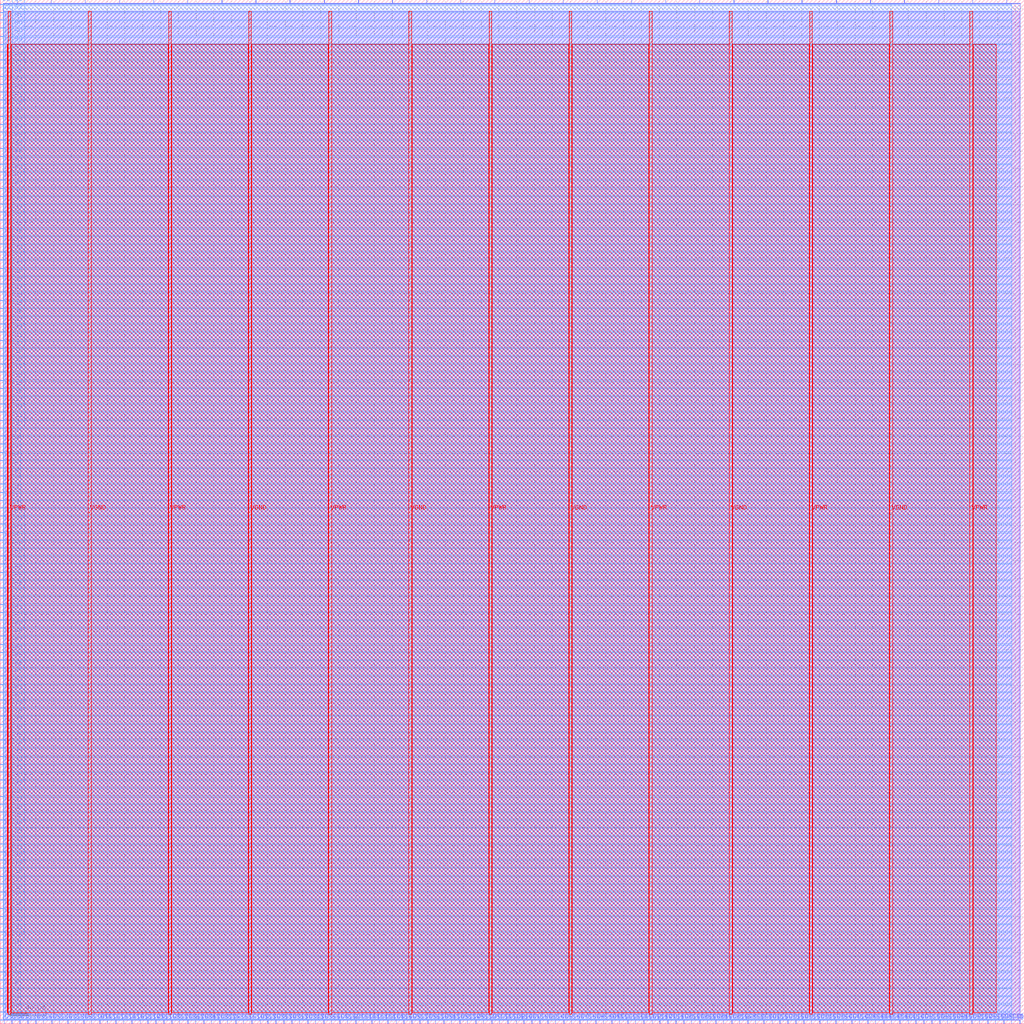
<source format=lef>
VERSION 5.7 ;
  NOWIREEXTENSIONATPIN ON ;
  DIVIDERCHAR "/" ;
  BUSBITCHARS "[]" ;
MACRO Microwatt_FP_DFFRFile
  CLASS BLOCK ;
  FOREIGN Microwatt_FP_DFFRFile ;
  ORIGIN 0.000 0.000 ;
  SIZE 1150.000 BY 1150.000 ;
  PIN CLK
    DIRECTION INPUT ;
    USE SIGNAL ;
    PORT
      LAYER met2 ;
        RECT 18.950 1146.000 19.230 1150.000 ;
    END
  END CLK
  PIN D1[0]
    DIRECTION OUTPUT TRISTATE ;
    USE SIGNAL ;
    PORT
      LAYER met3 ;
        RECT 0.000 4.120 4.000 4.720 ;
    END
  END D1[0]
  PIN D1[10]
    DIRECTION OUTPUT TRISTATE ;
    USE SIGNAL ;
    PORT
      LAYER met3 ;
        RECT 0.000 93.880 4.000 94.480 ;
    END
  END D1[10]
  PIN D1[11]
    DIRECTION OUTPUT TRISTATE ;
    USE SIGNAL ;
    PORT
      LAYER met3 ;
        RECT 0.000 102.720 4.000 103.320 ;
    END
  END D1[11]
  PIN D1[12]
    DIRECTION OUTPUT TRISTATE ;
    USE SIGNAL ;
    PORT
      LAYER met3 ;
        RECT 0.000 111.560 4.000 112.160 ;
    END
  END D1[12]
  PIN D1[13]
    DIRECTION OUTPUT TRISTATE ;
    USE SIGNAL ;
    PORT
      LAYER met3 ;
        RECT 0.000 120.400 4.000 121.000 ;
    END
  END D1[13]
  PIN D1[14]
    DIRECTION OUTPUT TRISTATE ;
    USE SIGNAL ;
    PORT
      LAYER met3 ;
        RECT 0.000 129.240 4.000 129.840 ;
    END
  END D1[14]
  PIN D1[15]
    DIRECTION OUTPUT TRISTATE ;
    USE SIGNAL ;
    PORT
      LAYER met3 ;
        RECT 0.000 138.760 4.000 139.360 ;
    END
  END D1[15]
  PIN D1[16]
    DIRECTION OUTPUT TRISTATE ;
    USE SIGNAL ;
    PORT
      LAYER met3 ;
        RECT 0.000 147.600 4.000 148.200 ;
    END
  END D1[16]
  PIN D1[17]
    DIRECTION OUTPUT TRISTATE ;
    USE SIGNAL ;
    PORT
      LAYER met3 ;
        RECT 0.000 156.440 4.000 157.040 ;
    END
  END D1[17]
  PIN D1[18]
    DIRECTION OUTPUT TRISTATE ;
    USE SIGNAL ;
    PORT
      LAYER met3 ;
        RECT 0.000 165.280 4.000 165.880 ;
    END
  END D1[18]
  PIN D1[19]
    DIRECTION OUTPUT TRISTATE ;
    USE SIGNAL ;
    PORT
      LAYER met3 ;
        RECT 0.000 174.800 4.000 175.400 ;
    END
  END D1[19]
  PIN D1[1]
    DIRECTION OUTPUT TRISTATE ;
    USE SIGNAL ;
    PORT
      LAYER met3 ;
        RECT 0.000 12.960 4.000 13.560 ;
    END
  END D1[1]
  PIN D1[20]
    DIRECTION OUTPUT TRISTATE ;
    USE SIGNAL ;
    PORT
      LAYER met3 ;
        RECT 0.000 183.640 4.000 184.240 ;
    END
  END D1[20]
  PIN D1[21]
    DIRECTION OUTPUT TRISTATE ;
    USE SIGNAL ;
    PORT
      LAYER met3 ;
        RECT 0.000 192.480 4.000 193.080 ;
    END
  END D1[21]
  PIN D1[22]
    DIRECTION OUTPUT TRISTATE ;
    USE SIGNAL ;
    PORT
      LAYER met3 ;
        RECT 0.000 201.320 4.000 201.920 ;
    END
  END D1[22]
  PIN D1[23]
    DIRECTION OUTPUT TRISTATE ;
    USE SIGNAL ;
    PORT
      LAYER met3 ;
        RECT 0.000 210.160 4.000 210.760 ;
    END
  END D1[23]
  PIN D1[24]
    DIRECTION OUTPUT TRISTATE ;
    USE SIGNAL ;
    PORT
      LAYER met3 ;
        RECT 0.000 219.680 4.000 220.280 ;
    END
  END D1[24]
  PIN D1[25]
    DIRECTION OUTPUT TRISTATE ;
    USE SIGNAL ;
    PORT
      LAYER met3 ;
        RECT 0.000 228.520 4.000 229.120 ;
    END
  END D1[25]
  PIN D1[26]
    DIRECTION OUTPUT TRISTATE ;
    USE SIGNAL ;
    PORT
      LAYER met3 ;
        RECT 0.000 237.360 4.000 237.960 ;
    END
  END D1[26]
  PIN D1[27]
    DIRECTION OUTPUT TRISTATE ;
    USE SIGNAL ;
    PORT
      LAYER met3 ;
        RECT 0.000 246.200 4.000 246.800 ;
    END
  END D1[27]
  PIN D1[28]
    DIRECTION OUTPUT TRISTATE ;
    USE SIGNAL ;
    PORT
      LAYER met3 ;
        RECT 0.000 255.040 4.000 255.640 ;
    END
  END D1[28]
  PIN D1[29]
    DIRECTION OUTPUT TRISTATE ;
    USE SIGNAL ;
    PORT
      LAYER met3 ;
        RECT 0.000 264.560 4.000 265.160 ;
    END
  END D1[29]
  PIN D1[2]
    DIRECTION OUTPUT TRISTATE ;
    USE SIGNAL ;
    PORT
      LAYER met3 ;
        RECT 0.000 21.800 4.000 22.400 ;
    END
  END D1[2]
  PIN D1[30]
    DIRECTION OUTPUT TRISTATE ;
    USE SIGNAL ;
    PORT
      LAYER met3 ;
        RECT 0.000 273.400 4.000 274.000 ;
    END
  END D1[30]
  PIN D1[31]
    DIRECTION OUTPUT TRISTATE ;
    USE SIGNAL ;
    PORT
      LAYER met3 ;
        RECT 0.000 282.240 4.000 282.840 ;
    END
  END D1[31]
  PIN D1[32]
    DIRECTION OUTPUT TRISTATE ;
    USE SIGNAL ;
    PORT
      LAYER met3 ;
        RECT 0.000 291.080 4.000 291.680 ;
    END
  END D1[32]
  PIN D1[33]
    DIRECTION OUTPUT TRISTATE ;
    USE SIGNAL ;
    PORT
      LAYER met3 ;
        RECT 0.000 299.920 4.000 300.520 ;
    END
  END D1[33]
  PIN D1[34]
    DIRECTION OUTPUT TRISTATE ;
    USE SIGNAL ;
    PORT
      LAYER met3 ;
        RECT 0.000 309.440 4.000 310.040 ;
    END
  END D1[34]
  PIN D1[35]
    DIRECTION OUTPUT TRISTATE ;
    USE SIGNAL ;
    PORT
      LAYER met3 ;
        RECT 0.000 318.280 4.000 318.880 ;
    END
  END D1[35]
  PIN D1[36]
    DIRECTION OUTPUT TRISTATE ;
    USE SIGNAL ;
    PORT
      LAYER met3 ;
        RECT 0.000 327.120 4.000 327.720 ;
    END
  END D1[36]
  PIN D1[37]
    DIRECTION OUTPUT TRISTATE ;
    USE SIGNAL ;
    PORT
      LAYER met3 ;
        RECT 0.000 335.960 4.000 336.560 ;
    END
  END D1[37]
  PIN D1[38]
    DIRECTION OUTPUT TRISTATE ;
    USE SIGNAL ;
    PORT
      LAYER met3 ;
        RECT 0.000 345.480 4.000 346.080 ;
    END
  END D1[38]
  PIN D1[39]
    DIRECTION OUTPUT TRISTATE ;
    USE SIGNAL ;
    PORT
      LAYER met3 ;
        RECT 0.000 354.320 4.000 354.920 ;
    END
  END D1[39]
  PIN D1[3]
    DIRECTION OUTPUT TRISTATE ;
    USE SIGNAL ;
    PORT
      LAYER met3 ;
        RECT 0.000 30.640 4.000 31.240 ;
    END
  END D1[3]
  PIN D1[40]
    DIRECTION OUTPUT TRISTATE ;
    USE SIGNAL ;
    PORT
      LAYER met3 ;
        RECT 0.000 363.160 4.000 363.760 ;
    END
  END D1[40]
  PIN D1[41]
    DIRECTION OUTPUT TRISTATE ;
    USE SIGNAL ;
    PORT
      LAYER met3 ;
        RECT 0.000 372.000 4.000 372.600 ;
    END
  END D1[41]
  PIN D1[42]
    DIRECTION OUTPUT TRISTATE ;
    USE SIGNAL ;
    PORT
      LAYER met3 ;
        RECT 0.000 380.840 4.000 381.440 ;
    END
  END D1[42]
  PIN D1[43]
    DIRECTION OUTPUT TRISTATE ;
    USE SIGNAL ;
    PORT
      LAYER met3 ;
        RECT 0.000 390.360 4.000 390.960 ;
    END
  END D1[43]
  PIN D1[44]
    DIRECTION OUTPUT TRISTATE ;
    USE SIGNAL ;
    PORT
      LAYER met3 ;
        RECT 0.000 399.200 4.000 399.800 ;
    END
  END D1[44]
  PIN D1[45]
    DIRECTION OUTPUT TRISTATE ;
    USE SIGNAL ;
    PORT
      LAYER met3 ;
        RECT 0.000 408.040 4.000 408.640 ;
    END
  END D1[45]
  PIN D1[46]
    DIRECTION OUTPUT TRISTATE ;
    USE SIGNAL ;
    PORT
      LAYER met3 ;
        RECT 0.000 416.880 4.000 417.480 ;
    END
  END D1[46]
  PIN D1[47]
    DIRECTION OUTPUT TRISTATE ;
    USE SIGNAL ;
    PORT
      LAYER met3 ;
        RECT 0.000 425.720 4.000 426.320 ;
    END
  END D1[47]
  PIN D1[48]
    DIRECTION OUTPUT TRISTATE ;
    USE SIGNAL ;
    PORT
      LAYER met3 ;
        RECT 0.000 435.240 4.000 435.840 ;
    END
  END D1[48]
  PIN D1[49]
    DIRECTION OUTPUT TRISTATE ;
    USE SIGNAL ;
    PORT
      LAYER met3 ;
        RECT 0.000 444.080 4.000 444.680 ;
    END
  END D1[49]
  PIN D1[4]
    DIRECTION OUTPUT TRISTATE ;
    USE SIGNAL ;
    PORT
      LAYER met3 ;
        RECT 0.000 39.480 4.000 40.080 ;
    END
  END D1[4]
  PIN D1[50]
    DIRECTION OUTPUT TRISTATE ;
    USE SIGNAL ;
    PORT
      LAYER met3 ;
        RECT 0.000 452.920 4.000 453.520 ;
    END
  END D1[50]
  PIN D1[51]
    DIRECTION OUTPUT TRISTATE ;
    USE SIGNAL ;
    PORT
      LAYER met3 ;
        RECT 0.000 461.760 4.000 462.360 ;
    END
  END D1[51]
  PIN D1[52]
    DIRECTION OUTPUT TRISTATE ;
    USE SIGNAL ;
    PORT
      LAYER met3 ;
        RECT 0.000 470.600 4.000 471.200 ;
    END
  END D1[52]
  PIN D1[53]
    DIRECTION OUTPUT TRISTATE ;
    USE SIGNAL ;
    PORT
      LAYER met3 ;
        RECT 0.000 480.120 4.000 480.720 ;
    END
  END D1[53]
  PIN D1[54]
    DIRECTION OUTPUT TRISTATE ;
    USE SIGNAL ;
    PORT
      LAYER met3 ;
        RECT 0.000 488.960 4.000 489.560 ;
    END
  END D1[54]
  PIN D1[55]
    DIRECTION OUTPUT TRISTATE ;
    USE SIGNAL ;
    PORT
      LAYER met3 ;
        RECT 0.000 497.800 4.000 498.400 ;
    END
  END D1[55]
  PIN D1[56]
    DIRECTION OUTPUT TRISTATE ;
    USE SIGNAL ;
    PORT
      LAYER met3 ;
        RECT 0.000 506.640 4.000 507.240 ;
    END
  END D1[56]
  PIN D1[57]
    DIRECTION OUTPUT TRISTATE ;
    USE SIGNAL ;
    PORT
      LAYER met3 ;
        RECT 0.000 516.160 4.000 516.760 ;
    END
  END D1[57]
  PIN D1[58]
    DIRECTION OUTPUT TRISTATE ;
    USE SIGNAL ;
    PORT
      LAYER met3 ;
        RECT 0.000 525.000 4.000 525.600 ;
    END
  END D1[58]
  PIN D1[59]
    DIRECTION OUTPUT TRISTATE ;
    USE SIGNAL ;
    PORT
      LAYER met3 ;
        RECT 0.000 533.840 4.000 534.440 ;
    END
  END D1[59]
  PIN D1[5]
    DIRECTION OUTPUT TRISTATE ;
    USE SIGNAL ;
    PORT
      LAYER met3 ;
        RECT 0.000 49.000 4.000 49.600 ;
    END
  END D1[5]
  PIN D1[60]
    DIRECTION OUTPUT TRISTATE ;
    USE SIGNAL ;
    PORT
      LAYER met3 ;
        RECT 0.000 542.680 4.000 543.280 ;
    END
  END D1[60]
  PIN D1[61]
    DIRECTION OUTPUT TRISTATE ;
    USE SIGNAL ;
    PORT
      LAYER met3 ;
        RECT 0.000 551.520 4.000 552.120 ;
    END
  END D1[61]
  PIN D1[62]
    DIRECTION OUTPUT TRISTATE ;
    USE SIGNAL ;
    PORT
      LAYER met3 ;
        RECT 0.000 561.040 4.000 561.640 ;
    END
  END D1[62]
  PIN D1[63]
    DIRECTION OUTPUT TRISTATE ;
    USE SIGNAL ;
    PORT
      LAYER met3 ;
        RECT 0.000 569.880 4.000 570.480 ;
    END
  END D1[63]
  PIN D1[6]
    DIRECTION OUTPUT TRISTATE ;
    USE SIGNAL ;
    PORT
      LAYER met3 ;
        RECT 0.000 57.840 4.000 58.440 ;
    END
  END D1[6]
  PIN D1[7]
    DIRECTION OUTPUT TRISTATE ;
    USE SIGNAL ;
    PORT
      LAYER met3 ;
        RECT 0.000 66.680 4.000 67.280 ;
    END
  END D1[7]
  PIN D1[8]
    DIRECTION OUTPUT TRISTATE ;
    USE SIGNAL ;
    PORT
      LAYER met3 ;
        RECT 0.000 75.520 4.000 76.120 ;
    END
  END D1[8]
  PIN D1[9]
    DIRECTION OUTPUT TRISTATE ;
    USE SIGNAL ;
    PORT
      LAYER met3 ;
        RECT 0.000 84.360 4.000 84.960 ;
    END
  END D1[9]
  PIN D2[0]
    DIRECTION OUTPUT TRISTATE ;
    USE SIGNAL ;
    PORT
      LAYER met3 ;
        RECT 0.000 578.720 4.000 579.320 ;
    END
  END D2[0]
  PIN D2[10]
    DIRECTION OUTPUT TRISTATE ;
    USE SIGNAL ;
    PORT
      LAYER met3 ;
        RECT 0.000 668.480 4.000 669.080 ;
    END
  END D2[10]
  PIN D2[11]
    DIRECTION OUTPUT TRISTATE ;
    USE SIGNAL ;
    PORT
      LAYER met3 ;
        RECT 0.000 677.320 4.000 677.920 ;
    END
  END D2[11]
  PIN D2[12]
    DIRECTION OUTPUT TRISTATE ;
    USE SIGNAL ;
    PORT
      LAYER met3 ;
        RECT 0.000 686.840 4.000 687.440 ;
    END
  END D2[12]
  PIN D2[13]
    DIRECTION OUTPUT TRISTATE ;
    USE SIGNAL ;
    PORT
      LAYER met3 ;
        RECT 0.000 695.680 4.000 696.280 ;
    END
  END D2[13]
  PIN D2[14]
    DIRECTION OUTPUT TRISTATE ;
    USE SIGNAL ;
    PORT
      LAYER met3 ;
        RECT 0.000 704.520 4.000 705.120 ;
    END
  END D2[14]
  PIN D2[15]
    DIRECTION OUTPUT TRISTATE ;
    USE SIGNAL ;
    PORT
      LAYER met3 ;
        RECT 0.000 713.360 4.000 713.960 ;
    END
  END D2[15]
  PIN D2[16]
    DIRECTION OUTPUT TRISTATE ;
    USE SIGNAL ;
    PORT
      LAYER met3 ;
        RECT 0.000 722.200 4.000 722.800 ;
    END
  END D2[16]
  PIN D2[17]
    DIRECTION OUTPUT TRISTATE ;
    USE SIGNAL ;
    PORT
      LAYER met3 ;
        RECT 0.000 731.720 4.000 732.320 ;
    END
  END D2[17]
  PIN D2[18]
    DIRECTION OUTPUT TRISTATE ;
    USE SIGNAL ;
    PORT
      LAYER met3 ;
        RECT 0.000 740.560 4.000 741.160 ;
    END
  END D2[18]
  PIN D2[19]
    DIRECTION OUTPUT TRISTATE ;
    USE SIGNAL ;
    PORT
      LAYER met3 ;
        RECT 0.000 749.400 4.000 750.000 ;
    END
  END D2[19]
  PIN D2[1]
    DIRECTION OUTPUT TRISTATE ;
    USE SIGNAL ;
    PORT
      LAYER met3 ;
        RECT 0.000 587.560 4.000 588.160 ;
    END
  END D2[1]
  PIN D2[20]
    DIRECTION OUTPUT TRISTATE ;
    USE SIGNAL ;
    PORT
      LAYER met3 ;
        RECT 0.000 758.240 4.000 758.840 ;
    END
  END D2[20]
  PIN D2[21]
    DIRECTION OUTPUT TRISTATE ;
    USE SIGNAL ;
    PORT
      LAYER met3 ;
        RECT 0.000 767.080 4.000 767.680 ;
    END
  END D2[21]
  PIN D2[22]
    DIRECTION OUTPUT TRISTATE ;
    USE SIGNAL ;
    PORT
      LAYER met3 ;
        RECT 0.000 776.600 4.000 777.200 ;
    END
  END D2[22]
  PIN D2[23]
    DIRECTION OUTPUT TRISTATE ;
    USE SIGNAL ;
    PORT
      LAYER met3 ;
        RECT 0.000 785.440 4.000 786.040 ;
    END
  END D2[23]
  PIN D2[24]
    DIRECTION OUTPUT TRISTATE ;
    USE SIGNAL ;
    PORT
      LAYER met3 ;
        RECT 0.000 794.280 4.000 794.880 ;
    END
  END D2[24]
  PIN D2[25]
    DIRECTION OUTPUT TRISTATE ;
    USE SIGNAL ;
    PORT
      LAYER met3 ;
        RECT 0.000 803.120 4.000 803.720 ;
    END
  END D2[25]
  PIN D2[26]
    DIRECTION OUTPUT TRISTATE ;
    USE SIGNAL ;
    PORT
      LAYER met3 ;
        RECT 0.000 811.960 4.000 812.560 ;
    END
  END D2[26]
  PIN D2[27]
    DIRECTION OUTPUT TRISTATE ;
    USE SIGNAL ;
    PORT
      LAYER met3 ;
        RECT 0.000 821.480 4.000 822.080 ;
    END
  END D2[27]
  PIN D2[28]
    DIRECTION OUTPUT TRISTATE ;
    USE SIGNAL ;
    PORT
      LAYER met3 ;
        RECT 0.000 830.320 4.000 830.920 ;
    END
  END D2[28]
  PIN D2[29]
    DIRECTION OUTPUT TRISTATE ;
    USE SIGNAL ;
    PORT
      LAYER met3 ;
        RECT 0.000 839.160 4.000 839.760 ;
    END
  END D2[29]
  PIN D2[2]
    DIRECTION OUTPUT TRISTATE ;
    USE SIGNAL ;
    PORT
      LAYER met3 ;
        RECT 0.000 596.400 4.000 597.000 ;
    END
  END D2[2]
  PIN D2[30]
    DIRECTION OUTPUT TRISTATE ;
    USE SIGNAL ;
    PORT
      LAYER met3 ;
        RECT 0.000 848.000 4.000 848.600 ;
    END
  END D2[30]
  PIN D2[31]
    DIRECTION OUTPUT TRISTATE ;
    USE SIGNAL ;
    PORT
      LAYER met3 ;
        RECT 0.000 857.520 4.000 858.120 ;
    END
  END D2[31]
  PIN D2[32]
    DIRECTION OUTPUT TRISTATE ;
    USE SIGNAL ;
    PORT
      LAYER met3 ;
        RECT 0.000 866.360 4.000 866.960 ;
    END
  END D2[32]
  PIN D2[33]
    DIRECTION OUTPUT TRISTATE ;
    USE SIGNAL ;
    PORT
      LAYER met3 ;
        RECT 0.000 875.200 4.000 875.800 ;
    END
  END D2[33]
  PIN D2[34]
    DIRECTION OUTPUT TRISTATE ;
    USE SIGNAL ;
    PORT
      LAYER met3 ;
        RECT 0.000 884.040 4.000 884.640 ;
    END
  END D2[34]
  PIN D2[35]
    DIRECTION OUTPUT TRISTATE ;
    USE SIGNAL ;
    PORT
      LAYER met3 ;
        RECT 0.000 892.880 4.000 893.480 ;
    END
  END D2[35]
  PIN D2[36]
    DIRECTION OUTPUT TRISTATE ;
    USE SIGNAL ;
    PORT
      LAYER met3 ;
        RECT 0.000 902.400 4.000 903.000 ;
    END
  END D2[36]
  PIN D2[37]
    DIRECTION OUTPUT TRISTATE ;
    USE SIGNAL ;
    PORT
      LAYER met3 ;
        RECT 0.000 911.240 4.000 911.840 ;
    END
  END D2[37]
  PIN D2[38]
    DIRECTION OUTPUT TRISTATE ;
    USE SIGNAL ;
    PORT
      LAYER met3 ;
        RECT 0.000 920.080 4.000 920.680 ;
    END
  END D2[38]
  PIN D2[39]
    DIRECTION OUTPUT TRISTATE ;
    USE SIGNAL ;
    PORT
      LAYER met3 ;
        RECT 0.000 928.920 4.000 929.520 ;
    END
  END D2[39]
  PIN D2[3]
    DIRECTION OUTPUT TRISTATE ;
    USE SIGNAL ;
    PORT
      LAYER met3 ;
        RECT 0.000 605.920 4.000 606.520 ;
    END
  END D2[3]
  PIN D2[40]
    DIRECTION OUTPUT TRISTATE ;
    USE SIGNAL ;
    PORT
      LAYER met3 ;
        RECT 0.000 937.760 4.000 938.360 ;
    END
  END D2[40]
  PIN D2[41]
    DIRECTION OUTPUT TRISTATE ;
    USE SIGNAL ;
    PORT
      LAYER met3 ;
        RECT 0.000 947.280 4.000 947.880 ;
    END
  END D2[41]
  PIN D2[42]
    DIRECTION OUTPUT TRISTATE ;
    USE SIGNAL ;
    PORT
      LAYER met3 ;
        RECT 0.000 956.120 4.000 956.720 ;
    END
  END D2[42]
  PIN D2[43]
    DIRECTION OUTPUT TRISTATE ;
    USE SIGNAL ;
    PORT
      LAYER met3 ;
        RECT 0.000 964.960 4.000 965.560 ;
    END
  END D2[43]
  PIN D2[44]
    DIRECTION OUTPUT TRISTATE ;
    USE SIGNAL ;
    PORT
      LAYER met3 ;
        RECT 0.000 973.800 4.000 974.400 ;
    END
  END D2[44]
  PIN D2[45]
    DIRECTION OUTPUT TRISTATE ;
    USE SIGNAL ;
    PORT
      LAYER met3 ;
        RECT 0.000 982.640 4.000 983.240 ;
    END
  END D2[45]
  PIN D2[46]
    DIRECTION OUTPUT TRISTATE ;
    USE SIGNAL ;
    PORT
      LAYER met3 ;
        RECT 0.000 992.160 4.000 992.760 ;
    END
  END D2[46]
  PIN D2[47]
    DIRECTION OUTPUT TRISTATE ;
    USE SIGNAL ;
    PORT
      LAYER met3 ;
        RECT 0.000 1001.000 4.000 1001.600 ;
    END
  END D2[47]
  PIN D2[48]
    DIRECTION OUTPUT TRISTATE ;
    USE SIGNAL ;
    PORT
      LAYER met3 ;
        RECT 0.000 1009.840 4.000 1010.440 ;
    END
  END D2[48]
  PIN D2[49]
    DIRECTION OUTPUT TRISTATE ;
    USE SIGNAL ;
    PORT
      LAYER met3 ;
        RECT 0.000 1018.680 4.000 1019.280 ;
    END
  END D2[49]
  PIN D2[4]
    DIRECTION OUTPUT TRISTATE ;
    USE SIGNAL ;
    PORT
      LAYER met3 ;
        RECT 0.000 614.760 4.000 615.360 ;
    END
  END D2[4]
  PIN D2[50]
    DIRECTION OUTPUT TRISTATE ;
    USE SIGNAL ;
    PORT
      LAYER met3 ;
        RECT 0.000 1028.200 4.000 1028.800 ;
    END
  END D2[50]
  PIN D2[51]
    DIRECTION OUTPUT TRISTATE ;
    USE SIGNAL ;
    PORT
      LAYER met3 ;
        RECT 0.000 1037.040 4.000 1037.640 ;
    END
  END D2[51]
  PIN D2[52]
    DIRECTION OUTPUT TRISTATE ;
    USE SIGNAL ;
    PORT
      LAYER met3 ;
        RECT 0.000 1045.880 4.000 1046.480 ;
    END
  END D2[52]
  PIN D2[53]
    DIRECTION OUTPUT TRISTATE ;
    USE SIGNAL ;
    PORT
      LAYER met3 ;
        RECT 0.000 1054.720 4.000 1055.320 ;
    END
  END D2[53]
  PIN D2[54]
    DIRECTION OUTPUT TRISTATE ;
    USE SIGNAL ;
    PORT
      LAYER met3 ;
        RECT 0.000 1063.560 4.000 1064.160 ;
    END
  END D2[54]
  PIN D2[55]
    DIRECTION OUTPUT TRISTATE ;
    USE SIGNAL ;
    PORT
      LAYER met3 ;
        RECT 0.000 1073.080 4.000 1073.680 ;
    END
  END D2[55]
  PIN D2[56]
    DIRECTION OUTPUT TRISTATE ;
    USE SIGNAL ;
    PORT
      LAYER met3 ;
        RECT 0.000 1081.920 4.000 1082.520 ;
    END
  END D2[56]
  PIN D2[57]
    DIRECTION OUTPUT TRISTATE ;
    USE SIGNAL ;
    PORT
      LAYER met3 ;
        RECT 0.000 1090.760 4.000 1091.360 ;
    END
  END D2[57]
  PIN D2[58]
    DIRECTION OUTPUT TRISTATE ;
    USE SIGNAL ;
    PORT
      LAYER met3 ;
        RECT 0.000 1099.600 4.000 1100.200 ;
    END
  END D2[58]
  PIN D2[59]
    DIRECTION OUTPUT TRISTATE ;
    USE SIGNAL ;
    PORT
      LAYER met3 ;
        RECT 0.000 1108.440 4.000 1109.040 ;
    END
  END D2[59]
  PIN D2[5]
    DIRECTION OUTPUT TRISTATE ;
    USE SIGNAL ;
    PORT
      LAYER met3 ;
        RECT 0.000 623.600 4.000 624.200 ;
    END
  END D2[5]
  PIN D2[60]
    DIRECTION OUTPUT TRISTATE ;
    USE SIGNAL ;
    PORT
      LAYER met3 ;
        RECT 0.000 1117.960 4.000 1118.560 ;
    END
  END D2[60]
  PIN D2[61]
    DIRECTION OUTPUT TRISTATE ;
    USE SIGNAL ;
    PORT
      LAYER met3 ;
        RECT 0.000 1126.800 4.000 1127.400 ;
    END
  END D2[61]
  PIN D2[62]
    DIRECTION OUTPUT TRISTATE ;
    USE SIGNAL ;
    PORT
      LAYER met3 ;
        RECT 0.000 1135.640 4.000 1136.240 ;
    END
  END D2[62]
  PIN D2[63]
    DIRECTION OUTPUT TRISTATE ;
    USE SIGNAL ;
    PORT
      LAYER met3 ;
        RECT 0.000 1144.480 4.000 1145.080 ;
    END
  END D2[63]
  PIN D2[6]
    DIRECTION OUTPUT TRISTATE ;
    USE SIGNAL ;
    PORT
      LAYER met3 ;
        RECT 0.000 632.440 4.000 633.040 ;
    END
  END D2[6]
  PIN D2[7]
    DIRECTION OUTPUT TRISTATE ;
    USE SIGNAL ;
    PORT
      LAYER met3 ;
        RECT 0.000 641.280 4.000 641.880 ;
    END
  END D2[7]
  PIN D2[8]
    DIRECTION OUTPUT TRISTATE ;
    USE SIGNAL ;
    PORT
      LAYER met3 ;
        RECT 0.000 650.800 4.000 651.400 ;
    END
  END D2[8]
  PIN D2[9]
    DIRECTION OUTPUT TRISTATE ;
    USE SIGNAL ;
    PORT
      LAYER met3 ;
        RECT 0.000 659.640 4.000 660.240 ;
    END
  END D2[9]
  PIN D3[0]
    DIRECTION OUTPUT TRISTATE ;
    USE SIGNAL ;
    PORT
      LAYER met2 ;
        RECT 4.230 0.000 4.510 4.000 ;
    END
  END D3[0]
  PIN D3[10]
    DIRECTION OUTPUT TRISTATE ;
    USE SIGNAL ;
    PORT
      LAYER met2 ;
        RECT 93.930 0.000 94.210 4.000 ;
    END
  END D3[10]
  PIN D3[11]
    DIRECTION OUTPUT TRISTATE ;
    USE SIGNAL ;
    PORT
      LAYER met2 ;
        RECT 102.670 0.000 102.950 4.000 ;
    END
  END D3[11]
  PIN D3[12]
    DIRECTION OUTPUT TRISTATE ;
    USE SIGNAL ;
    PORT
      LAYER met2 ;
        RECT 111.870 0.000 112.150 4.000 ;
    END
  END D3[12]
  PIN D3[13]
    DIRECTION OUTPUT TRISTATE ;
    USE SIGNAL ;
    PORT
      LAYER met2 ;
        RECT 120.610 0.000 120.890 4.000 ;
    END
  END D3[13]
  PIN D3[14]
    DIRECTION OUTPUT TRISTATE ;
    USE SIGNAL ;
    PORT
      LAYER met2 ;
        RECT 129.810 0.000 130.090 4.000 ;
    END
  END D3[14]
  PIN D3[15]
    DIRECTION OUTPUT TRISTATE ;
    USE SIGNAL ;
    PORT
      LAYER met2 ;
        RECT 138.550 0.000 138.830 4.000 ;
    END
  END D3[15]
  PIN D3[16]
    DIRECTION OUTPUT TRISTATE ;
    USE SIGNAL ;
    PORT
      LAYER met2 ;
        RECT 147.750 0.000 148.030 4.000 ;
    END
  END D3[16]
  PIN D3[17]
    DIRECTION OUTPUT TRISTATE ;
    USE SIGNAL ;
    PORT
      LAYER met2 ;
        RECT 156.950 0.000 157.230 4.000 ;
    END
  END D3[17]
  PIN D3[18]
    DIRECTION OUTPUT TRISTATE ;
    USE SIGNAL ;
    PORT
      LAYER met2 ;
        RECT 165.690 0.000 165.970 4.000 ;
    END
  END D3[18]
  PIN D3[19]
    DIRECTION OUTPUT TRISTATE ;
    USE SIGNAL ;
    PORT
      LAYER met2 ;
        RECT 174.890 0.000 175.170 4.000 ;
    END
  END D3[19]
  PIN D3[1]
    DIRECTION OUTPUT TRISTATE ;
    USE SIGNAL ;
    PORT
      LAYER met2 ;
        RECT 12.970 0.000 13.250 4.000 ;
    END
  END D3[1]
  PIN D3[20]
    DIRECTION OUTPUT TRISTATE ;
    USE SIGNAL ;
    PORT
      LAYER met2 ;
        RECT 183.630 0.000 183.910 4.000 ;
    END
  END D3[20]
  PIN D3[21]
    DIRECTION OUTPUT TRISTATE ;
    USE SIGNAL ;
    PORT
      LAYER met2 ;
        RECT 192.830 0.000 193.110 4.000 ;
    END
  END D3[21]
  PIN D3[22]
    DIRECTION OUTPUT TRISTATE ;
    USE SIGNAL ;
    PORT
      LAYER met2 ;
        RECT 201.570 0.000 201.850 4.000 ;
    END
  END D3[22]
  PIN D3[23]
    DIRECTION OUTPUT TRISTATE ;
    USE SIGNAL ;
    PORT
      LAYER met2 ;
        RECT 210.770 0.000 211.050 4.000 ;
    END
  END D3[23]
  PIN D3[24]
    DIRECTION OUTPUT TRISTATE ;
    USE SIGNAL ;
    PORT
      LAYER met2 ;
        RECT 219.510 0.000 219.790 4.000 ;
    END
  END D3[24]
  PIN D3[25]
    DIRECTION OUTPUT TRISTATE ;
    USE SIGNAL ;
    PORT
      LAYER met2 ;
        RECT 228.710 0.000 228.990 4.000 ;
    END
  END D3[25]
  PIN D3[26]
    DIRECTION OUTPUT TRISTATE ;
    USE SIGNAL ;
    PORT
      LAYER met2 ;
        RECT 237.450 0.000 237.730 4.000 ;
    END
  END D3[26]
  PIN D3[27]
    DIRECTION OUTPUT TRISTATE ;
    USE SIGNAL ;
    PORT
      LAYER met2 ;
        RECT 246.650 0.000 246.930 4.000 ;
    END
  END D3[27]
  PIN D3[28]
    DIRECTION OUTPUT TRISTATE ;
    USE SIGNAL ;
    PORT
      LAYER met2 ;
        RECT 255.390 0.000 255.670 4.000 ;
    END
  END D3[28]
  PIN D3[29]
    DIRECTION OUTPUT TRISTATE ;
    USE SIGNAL ;
    PORT
      LAYER met2 ;
        RECT 264.590 0.000 264.870 4.000 ;
    END
  END D3[29]
  PIN D3[2]
    DIRECTION OUTPUT TRISTATE ;
    USE SIGNAL ;
    PORT
      LAYER met2 ;
        RECT 22.170 0.000 22.450 4.000 ;
    END
  END D3[2]
  PIN D3[30]
    DIRECTION OUTPUT TRISTATE ;
    USE SIGNAL ;
    PORT
      LAYER met2 ;
        RECT 273.330 0.000 273.610 4.000 ;
    END
  END D3[30]
  PIN D3[31]
    DIRECTION OUTPUT TRISTATE ;
    USE SIGNAL ;
    PORT
      LAYER met2 ;
        RECT 282.530 0.000 282.810 4.000 ;
    END
  END D3[31]
  PIN D3[32]
    DIRECTION OUTPUT TRISTATE ;
    USE SIGNAL ;
    PORT
      LAYER met2 ;
        RECT 291.730 0.000 292.010 4.000 ;
    END
  END D3[32]
  PIN D3[33]
    DIRECTION OUTPUT TRISTATE ;
    USE SIGNAL ;
    PORT
      LAYER met2 ;
        RECT 300.470 0.000 300.750 4.000 ;
    END
  END D3[33]
  PIN D3[34]
    DIRECTION OUTPUT TRISTATE ;
    USE SIGNAL ;
    PORT
      LAYER met2 ;
        RECT 309.670 0.000 309.950 4.000 ;
    END
  END D3[34]
  PIN D3[35]
    DIRECTION OUTPUT TRISTATE ;
    USE SIGNAL ;
    PORT
      LAYER met2 ;
        RECT 318.410 0.000 318.690 4.000 ;
    END
  END D3[35]
  PIN D3[36]
    DIRECTION OUTPUT TRISTATE ;
    USE SIGNAL ;
    PORT
      LAYER met2 ;
        RECT 327.610 0.000 327.890 4.000 ;
    END
  END D3[36]
  PIN D3[37]
    DIRECTION OUTPUT TRISTATE ;
    USE SIGNAL ;
    PORT
      LAYER met2 ;
        RECT 336.350 0.000 336.630 4.000 ;
    END
  END D3[37]
  PIN D3[38]
    DIRECTION OUTPUT TRISTATE ;
    USE SIGNAL ;
    PORT
      LAYER met2 ;
        RECT 345.550 0.000 345.830 4.000 ;
    END
  END D3[38]
  PIN D3[39]
    DIRECTION OUTPUT TRISTATE ;
    USE SIGNAL ;
    PORT
      LAYER met2 ;
        RECT 354.290 0.000 354.570 4.000 ;
    END
  END D3[39]
  PIN D3[3]
    DIRECTION OUTPUT TRISTATE ;
    USE SIGNAL ;
    PORT
      LAYER met2 ;
        RECT 30.910 0.000 31.190 4.000 ;
    END
  END D3[3]
  PIN D3[40]
    DIRECTION OUTPUT TRISTATE ;
    USE SIGNAL ;
    PORT
      LAYER met2 ;
        RECT 363.490 0.000 363.770 4.000 ;
    END
  END D3[40]
  PIN D3[41]
    DIRECTION OUTPUT TRISTATE ;
    USE SIGNAL ;
    PORT
      LAYER met2 ;
        RECT 372.230 0.000 372.510 4.000 ;
    END
  END D3[41]
  PIN D3[42]
    DIRECTION OUTPUT TRISTATE ;
    USE SIGNAL ;
    PORT
      LAYER met2 ;
        RECT 381.430 0.000 381.710 4.000 ;
    END
  END D3[42]
  PIN D3[43]
    DIRECTION OUTPUT TRISTATE ;
    USE SIGNAL ;
    PORT
      LAYER met2 ;
        RECT 390.170 0.000 390.450 4.000 ;
    END
  END D3[43]
  PIN D3[44]
    DIRECTION OUTPUT TRISTATE ;
    USE SIGNAL ;
    PORT
      LAYER met2 ;
        RECT 399.370 0.000 399.650 4.000 ;
    END
  END D3[44]
  PIN D3[45]
    DIRECTION OUTPUT TRISTATE ;
    USE SIGNAL ;
    PORT
      LAYER met2 ;
        RECT 408.110 0.000 408.390 4.000 ;
    END
  END D3[45]
  PIN D3[46]
    DIRECTION OUTPUT TRISTATE ;
    USE SIGNAL ;
    PORT
      LAYER met2 ;
        RECT 417.310 0.000 417.590 4.000 ;
    END
  END D3[46]
  PIN D3[47]
    DIRECTION OUTPUT TRISTATE ;
    USE SIGNAL ;
    PORT
      LAYER met2 ;
        RECT 426.050 0.000 426.330 4.000 ;
    END
  END D3[47]
  PIN D3[48]
    DIRECTION OUTPUT TRISTATE ;
    USE SIGNAL ;
    PORT
      LAYER met2 ;
        RECT 435.250 0.000 435.530 4.000 ;
    END
  END D3[48]
  PIN D3[49]
    DIRECTION OUTPUT TRISTATE ;
    USE SIGNAL ;
    PORT
      LAYER met2 ;
        RECT 444.450 0.000 444.730 4.000 ;
    END
  END D3[49]
  PIN D3[4]
    DIRECTION OUTPUT TRISTATE ;
    USE SIGNAL ;
    PORT
      LAYER met2 ;
        RECT 40.110 0.000 40.390 4.000 ;
    END
  END D3[4]
  PIN D3[50]
    DIRECTION OUTPUT TRISTATE ;
    USE SIGNAL ;
    PORT
      LAYER met2 ;
        RECT 453.190 0.000 453.470 4.000 ;
    END
  END D3[50]
  PIN D3[51]
    DIRECTION OUTPUT TRISTATE ;
    USE SIGNAL ;
    PORT
      LAYER met2 ;
        RECT 462.390 0.000 462.670 4.000 ;
    END
  END D3[51]
  PIN D3[52]
    DIRECTION OUTPUT TRISTATE ;
    USE SIGNAL ;
    PORT
      LAYER met2 ;
        RECT 471.130 0.000 471.410 4.000 ;
    END
  END D3[52]
  PIN D3[53]
    DIRECTION OUTPUT TRISTATE ;
    USE SIGNAL ;
    PORT
      LAYER met2 ;
        RECT 480.330 0.000 480.610 4.000 ;
    END
  END D3[53]
  PIN D3[54]
    DIRECTION OUTPUT TRISTATE ;
    USE SIGNAL ;
    PORT
      LAYER met2 ;
        RECT 489.070 0.000 489.350 4.000 ;
    END
  END D3[54]
  PIN D3[55]
    DIRECTION OUTPUT TRISTATE ;
    USE SIGNAL ;
    PORT
      LAYER met2 ;
        RECT 498.270 0.000 498.550 4.000 ;
    END
  END D3[55]
  PIN D3[56]
    DIRECTION OUTPUT TRISTATE ;
    USE SIGNAL ;
    PORT
      LAYER met2 ;
        RECT 507.010 0.000 507.290 4.000 ;
    END
  END D3[56]
  PIN D3[57]
    DIRECTION OUTPUT TRISTATE ;
    USE SIGNAL ;
    PORT
      LAYER met2 ;
        RECT 516.210 0.000 516.490 4.000 ;
    END
  END D3[57]
  PIN D3[58]
    DIRECTION OUTPUT TRISTATE ;
    USE SIGNAL ;
    PORT
      LAYER met2 ;
        RECT 524.950 0.000 525.230 4.000 ;
    END
  END D3[58]
  PIN D3[59]
    DIRECTION OUTPUT TRISTATE ;
    USE SIGNAL ;
    PORT
      LAYER met2 ;
        RECT 534.150 0.000 534.430 4.000 ;
    END
  END D3[59]
  PIN D3[5]
    DIRECTION OUTPUT TRISTATE ;
    USE SIGNAL ;
    PORT
      LAYER met2 ;
        RECT 48.850 0.000 49.130 4.000 ;
    END
  END D3[5]
  PIN D3[60]
    DIRECTION OUTPUT TRISTATE ;
    USE SIGNAL ;
    PORT
      LAYER met2 ;
        RECT 542.890 0.000 543.170 4.000 ;
    END
  END D3[60]
  PIN D3[61]
    DIRECTION OUTPUT TRISTATE ;
    USE SIGNAL ;
    PORT
      LAYER met2 ;
        RECT 552.090 0.000 552.370 4.000 ;
    END
  END D3[61]
  PIN D3[62]
    DIRECTION OUTPUT TRISTATE ;
    USE SIGNAL ;
    PORT
      LAYER met2 ;
        RECT 560.830 0.000 561.110 4.000 ;
    END
  END D3[62]
  PIN D3[63]
    DIRECTION OUTPUT TRISTATE ;
    USE SIGNAL ;
    PORT
      LAYER met2 ;
        RECT 570.030 0.000 570.310 4.000 ;
    END
  END D3[63]
  PIN D3[6]
    DIRECTION OUTPUT TRISTATE ;
    USE SIGNAL ;
    PORT
      LAYER met2 ;
        RECT 58.050 0.000 58.330 4.000 ;
    END
  END D3[6]
  PIN D3[7]
    DIRECTION OUTPUT TRISTATE ;
    USE SIGNAL ;
    PORT
      LAYER met2 ;
        RECT 66.790 0.000 67.070 4.000 ;
    END
  END D3[7]
  PIN D3[8]
    DIRECTION OUTPUT TRISTATE ;
    USE SIGNAL ;
    PORT
      LAYER met2 ;
        RECT 75.990 0.000 76.270 4.000 ;
    END
  END D3[8]
  PIN D3[9]
    DIRECTION OUTPUT TRISTATE ;
    USE SIGNAL ;
    PORT
      LAYER met2 ;
        RECT 84.730 0.000 85.010 4.000 ;
    END
  END D3[9]
  PIN DW[0]
    DIRECTION INPUT ;
    USE SIGNAL ;
    PORT
      LAYER met2 ;
        RECT 579.230 0.000 579.510 4.000 ;
    END
  END DW[0]
  PIN DW[10]
    DIRECTION INPUT ;
    USE SIGNAL ;
    PORT
      LAYER met2 ;
        RECT 668.930 0.000 669.210 4.000 ;
    END
  END DW[10]
  PIN DW[11]
    DIRECTION INPUT ;
    USE SIGNAL ;
    PORT
      LAYER met2 ;
        RECT 677.670 0.000 677.950 4.000 ;
    END
  END DW[11]
  PIN DW[12]
    DIRECTION INPUT ;
    USE SIGNAL ;
    PORT
      LAYER met2 ;
        RECT 686.870 0.000 687.150 4.000 ;
    END
  END DW[12]
  PIN DW[13]
    DIRECTION INPUT ;
    USE SIGNAL ;
    PORT
      LAYER met2 ;
        RECT 695.610 0.000 695.890 4.000 ;
    END
  END DW[13]
  PIN DW[14]
    DIRECTION INPUT ;
    USE SIGNAL ;
    PORT
      LAYER met2 ;
        RECT 704.810 0.000 705.090 4.000 ;
    END
  END DW[14]
  PIN DW[15]
    DIRECTION INPUT ;
    USE SIGNAL ;
    PORT
      LAYER met2 ;
        RECT 713.550 0.000 713.830 4.000 ;
    END
  END DW[15]
  PIN DW[16]
    DIRECTION INPUT ;
    USE SIGNAL ;
    PORT
      LAYER met2 ;
        RECT 722.750 0.000 723.030 4.000 ;
    END
  END DW[16]
  PIN DW[17]
    DIRECTION INPUT ;
    USE SIGNAL ;
    PORT
      LAYER met2 ;
        RECT 731.950 0.000 732.230 4.000 ;
    END
  END DW[17]
  PIN DW[18]
    DIRECTION INPUT ;
    USE SIGNAL ;
    PORT
      LAYER met2 ;
        RECT 740.690 0.000 740.970 4.000 ;
    END
  END DW[18]
  PIN DW[19]
    DIRECTION INPUT ;
    USE SIGNAL ;
    PORT
      LAYER met2 ;
        RECT 749.890 0.000 750.170 4.000 ;
    END
  END DW[19]
  PIN DW[1]
    DIRECTION INPUT ;
    USE SIGNAL ;
    PORT
      LAYER met2 ;
        RECT 587.970 0.000 588.250 4.000 ;
    END
  END DW[1]
  PIN DW[20]
    DIRECTION INPUT ;
    USE SIGNAL ;
    PORT
      LAYER met2 ;
        RECT 758.630 0.000 758.910 4.000 ;
    END
  END DW[20]
  PIN DW[21]
    DIRECTION INPUT ;
    USE SIGNAL ;
    PORT
      LAYER met2 ;
        RECT 767.830 0.000 768.110 4.000 ;
    END
  END DW[21]
  PIN DW[22]
    DIRECTION INPUT ;
    USE SIGNAL ;
    PORT
      LAYER met2 ;
        RECT 776.570 0.000 776.850 4.000 ;
    END
  END DW[22]
  PIN DW[23]
    DIRECTION INPUT ;
    USE SIGNAL ;
    PORT
      LAYER met2 ;
        RECT 785.770 0.000 786.050 4.000 ;
    END
  END DW[23]
  PIN DW[24]
    DIRECTION INPUT ;
    USE SIGNAL ;
    PORT
      LAYER met2 ;
        RECT 794.510 0.000 794.790 4.000 ;
    END
  END DW[24]
  PIN DW[25]
    DIRECTION INPUT ;
    USE SIGNAL ;
    PORT
      LAYER met2 ;
        RECT 803.710 0.000 803.990 4.000 ;
    END
  END DW[25]
  PIN DW[26]
    DIRECTION INPUT ;
    USE SIGNAL ;
    PORT
      LAYER met2 ;
        RECT 812.450 0.000 812.730 4.000 ;
    END
  END DW[26]
  PIN DW[27]
    DIRECTION INPUT ;
    USE SIGNAL ;
    PORT
      LAYER met2 ;
        RECT 821.650 0.000 821.930 4.000 ;
    END
  END DW[27]
  PIN DW[28]
    DIRECTION INPUT ;
    USE SIGNAL ;
    PORT
      LAYER met2 ;
        RECT 830.390 0.000 830.670 4.000 ;
    END
  END DW[28]
  PIN DW[29]
    DIRECTION INPUT ;
    USE SIGNAL ;
    PORT
      LAYER met2 ;
        RECT 839.590 0.000 839.870 4.000 ;
    END
  END DW[29]
  PIN DW[2]
    DIRECTION INPUT ;
    USE SIGNAL ;
    PORT
      LAYER met2 ;
        RECT 597.170 0.000 597.450 4.000 ;
    END
  END DW[2]
  PIN DW[30]
    DIRECTION INPUT ;
    USE SIGNAL ;
    PORT
      LAYER met2 ;
        RECT 848.330 0.000 848.610 4.000 ;
    END
  END DW[30]
  PIN DW[31]
    DIRECTION INPUT ;
    USE SIGNAL ;
    PORT
      LAYER met2 ;
        RECT 857.530 0.000 857.810 4.000 ;
    END
  END DW[31]
  PIN DW[32]
    DIRECTION INPUT ;
    USE SIGNAL ;
    PORT
      LAYER met2 ;
        RECT 866.730 0.000 867.010 4.000 ;
    END
  END DW[32]
  PIN DW[33]
    DIRECTION INPUT ;
    USE SIGNAL ;
    PORT
      LAYER met2 ;
        RECT 875.470 0.000 875.750 4.000 ;
    END
  END DW[33]
  PIN DW[34]
    DIRECTION INPUT ;
    USE SIGNAL ;
    PORT
      LAYER met2 ;
        RECT 884.670 0.000 884.950 4.000 ;
    END
  END DW[34]
  PIN DW[35]
    DIRECTION INPUT ;
    USE SIGNAL ;
    PORT
      LAYER met2 ;
        RECT 893.410 0.000 893.690 4.000 ;
    END
  END DW[35]
  PIN DW[36]
    DIRECTION INPUT ;
    USE SIGNAL ;
    PORT
      LAYER met2 ;
        RECT 902.610 0.000 902.890 4.000 ;
    END
  END DW[36]
  PIN DW[37]
    DIRECTION INPUT ;
    USE SIGNAL ;
    PORT
      LAYER met2 ;
        RECT 911.350 0.000 911.630 4.000 ;
    END
  END DW[37]
  PIN DW[38]
    DIRECTION INPUT ;
    USE SIGNAL ;
    PORT
      LAYER met2 ;
        RECT 920.550 0.000 920.830 4.000 ;
    END
  END DW[38]
  PIN DW[39]
    DIRECTION INPUT ;
    USE SIGNAL ;
    PORT
      LAYER met2 ;
        RECT 929.290 0.000 929.570 4.000 ;
    END
  END DW[39]
  PIN DW[3]
    DIRECTION INPUT ;
    USE SIGNAL ;
    PORT
      LAYER met2 ;
        RECT 605.910 0.000 606.190 4.000 ;
    END
  END DW[3]
  PIN DW[40]
    DIRECTION INPUT ;
    USE SIGNAL ;
    PORT
      LAYER met2 ;
        RECT 938.490 0.000 938.770 4.000 ;
    END
  END DW[40]
  PIN DW[41]
    DIRECTION INPUT ;
    USE SIGNAL ;
    PORT
      LAYER met2 ;
        RECT 947.230 0.000 947.510 4.000 ;
    END
  END DW[41]
  PIN DW[42]
    DIRECTION INPUT ;
    USE SIGNAL ;
    PORT
      LAYER met2 ;
        RECT 956.430 0.000 956.710 4.000 ;
    END
  END DW[42]
  PIN DW[43]
    DIRECTION INPUT ;
    USE SIGNAL ;
    PORT
      LAYER met2 ;
        RECT 965.170 0.000 965.450 4.000 ;
    END
  END DW[43]
  PIN DW[44]
    DIRECTION INPUT ;
    USE SIGNAL ;
    PORT
      LAYER met2 ;
        RECT 974.370 0.000 974.650 4.000 ;
    END
  END DW[44]
  PIN DW[45]
    DIRECTION INPUT ;
    USE SIGNAL ;
    PORT
      LAYER met2 ;
        RECT 983.110 0.000 983.390 4.000 ;
    END
  END DW[45]
  PIN DW[46]
    DIRECTION INPUT ;
    USE SIGNAL ;
    PORT
      LAYER met2 ;
        RECT 992.310 0.000 992.590 4.000 ;
    END
  END DW[46]
  PIN DW[47]
    DIRECTION INPUT ;
    USE SIGNAL ;
    PORT
      LAYER met2 ;
        RECT 1001.050 0.000 1001.330 4.000 ;
    END
  END DW[47]
  PIN DW[48]
    DIRECTION INPUT ;
    USE SIGNAL ;
    PORT
      LAYER met2 ;
        RECT 1010.250 0.000 1010.530 4.000 ;
    END
  END DW[48]
  PIN DW[49]
    DIRECTION INPUT ;
    USE SIGNAL ;
    PORT
      LAYER met2 ;
        RECT 1019.450 0.000 1019.730 4.000 ;
    END
  END DW[49]
  PIN DW[4]
    DIRECTION INPUT ;
    USE SIGNAL ;
    PORT
      LAYER met2 ;
        RECT 615.110 0.000 615.390 4.000 ;
    END
  END DW[4]
  PIN DW[50]
    DIRECTION INPUT ;
    USE SIGNAL ;
    PORT
      LAYER met2 ;
        RECT 1028.190 0.000 1028.470 4.000 ;
    END
  END DW[50]
  PIN DW[51]
    DIRECTION INPUT ;
    USE SIGNAL ;
    PORT
      LAYER met2 ;
        RECT 1037.390 0.000 1037.670 4.000 ;
    END
  END DW[51]
  PIN DW[52]
    DIRECTION INPUT ;
    USE SIGNAL ;
    PORT
      LAYER met2 ;
        RECT 1046.130 0.000 1046.410 4.000 ;
    END
  END DW[52]
  PIN DW[53]
    DIRECTION INPUT ;
    USE SIGNAL ;
    PORT
      LAYER met2 ;
        RECT 1055.330 0.000 1055.610 4.000 ;
    END
  END DW[53]
  PIN DW[54]
    DIRECTION INPUT ;
    USE SIGNAL ;
    PORT
      LAYER met2 ;
        RECT 1064.070 0.000 1064.350 4.000 ;
    END
  END DW[54]
  PIN DW[55]
    DIRECTION INPUT ;
    USE SIGNAL ;
    PORT
      LAYER met2 ;
        RECT 1073.270 0.000 1073.550 4.000 ;
    END
  END DW[55]
  PIN DW[56]
    DIRECTION INPUT ;
    USE SIGNAL ;
    PORT
      LAYER met2 ;
        RECT 1082.010 0.000 1082.290 4.000 ;
    END
  END DW[56]
  PIN DW[57]
    DIRECTION INPUT ;
    USE SIGNAL ;
    PORT
      LAYER met2 ;
        RECT 1091.210 0.000 1091.490 4.000 ;
    END
  END DW[57]
  PIN DW[58]
    DIRECTION INPUT ;
    USE SIGNAL ;
    PORT
      LAYER met2 ;
        RECT 1099.950 0.000 1100.230 4.000 ;
    END
  END DW[58]
  PIN DW[59]
    DIRECTION INPUT ;
    USE SIGNAL ;
    PORT
      LAYER met2 ;
        RECT 1109.150 0.000 1109.430 4.000 ;
    END
  END DW[59]
  PIN DW[5]
    DIRECTION INPUT ;
    USE SIGNAL ;
    PORT
      LAYER met2 ;
        RECT 623.850 0.000 624.130 4.000 ;
    END
  END DW[5]
  PIN DW[60]
    DIRECTION INPUT ;
    USE SIGNAL ;
    PORT
      LAYER met2 ;
        RECT 1117.890 0.000 1118.170 4.000 ;
    END
  END DW[60]
  PIN DW[61]
    DIRECTION INPUT ;
    USE SIGNAL ;
    PORT
      LAYER met2 ;
        RECT 1127.090 0.000 1127.370 4.000 ;
    END
  END DW[61]
  PIN DW[62]
    DIRECTION INPUT ;
    USE SIGNAL ;
    PORT
      LAYER met2 ;
        RECT 1135.830 0.000 1136.110 4.000 ;
    END
  END DW[62]
  PIN DW[63]
    DIRECTION INPUT ;
    USE SIGNAL ;
    PORT
      LAYER met2 ;
        RECT 1145.030 0.000 1145.310 4.000 ;
    END
  END DW[63]
  PIN DW[6]
    DIRECTION INPUT ;
    USE SIGNAL ;
    PORT
      LAYER met2 ;
        RECT 633.050 0.000 633.330 4.000 ;
    END
  END DW[6]
  PIN DW[7]
    DIRECTION INPUT ;
    USE SIGNAL ;
    PORT
      LAYER met2 ;
        RECT 641.790 0.000 642.070 4.000 ;
    END
  END DW[7]
  PIN DW[8]
    DIRECTION INPUT ;
    USE SIGNAL ;
    PORT
      LAYER met2 ;
        RECT 650.990 0.000 651.270 4.000 ;
    END
  END DW[8]
  PIN DW[9]
    DIRECTION INPUT ;
    USE SIGNAL ;
    PORT
      LAYER met2 ;
        RECT 659.730 0.000 660.010 4.000 ;
    END
  END DW[9]
  PIN R1[0]
    DIRECTION INPUT ;
    USE SIGNAL ;
    PORT
      LAYER met2 ;
        RECT 95.310 1146.000 95.590 1150.000 ;
    END
  END R1[0]
  PIN R1[1]
    DIRECTION INPUT ;
    USE SIGNAL ;
    PORT
      LAYER met2 ;
        RECT 133.950 1146.000 134.230 1150.000 ;
    END
  END R1[1]
  PIN R1[2]
    DIRECTION INPUT ;
    USE SIGNAL ;
    PORT
      LAYER met2 ;
        RECT 172.130 1146.000 172.410 1150.000 ;
    END
  END R1[2]
  PIN R1[3]
    DIRECTION INPUT ;
    USE SIGNAL ;
    PORT
      LAYER met2 ;
        RECT 210.310 1146.000 210.590 1150.000 ;
    END
  END R1[3]
  PIN R1[4]
    DIRECTION INPUT ;
    USE SIGNAL ;
    PORT
      LAYER met2 ;
        RECT 248.950 1146.000 249.230 1150.000 ;
    END
  END R1[4]
  PIN R1[5]
    DIRECTION INPUT ;
    USE SIGNAL ;
    PORT
      LAYER met2 ;
        RECT 287.130 1146.000 287.410 1150.000 ;
    END
  END R1[5]
  PIN R1[6]
    DIRECTION INPUT ;
    USE SIGNAL ;
    PORT
      LAYER met2 ;
        RECT 325.310 1146.000 325.590 1150.000 ;
    END
  END R1[6]
  PIN R2[0]
    DIRECTION INPUT ;
    USE SIGNAL ;
    PORT
      LAYER met2 ;
        RECT 363.950 1146.000 364.230 1150.000 ;
    END
  END R2[0]
  PIN R2[1]
    DIRECTION INPUT ;
    USE SIGNAL ;
    PORT
      LAYER met2 ;
        RECT 402.130 1146.000 402.410 1150.000 ;
    END
  END R2[1]
  PIN R2[2]
    DIRECTION INPUT ;
    USE SIGNAL ;
    PORT
      LAYER met2 ;
        RECT 440.310 1146.000 440.590 1150.000 ;
    END
  END R2[2]
  PIN R2[3]
    DIRECTION INPUT ;
    USE SIGNAL ;
    PORT
      LAYER met2 ;
        RECT 478.950 1146.000 479.230 1150.000 ;
    END
  END R2[3]
  PIN R2[4]
    DIRECTION INPUT ;
    USE SIGNAL ;
    PORT
      LAYER met2 ;
        RECT 517.130 1146.000 517.410 1150.000 ;
    END
  END R2[4]
  PIN R2[5]
    DIRECTION INPUT ;
    USE SIGNAL ;
    PORT
      LAYER met2 ;
        RECT 555.310 1146.000 555.590 1150.000 ;
    END
  END R2[5]
  PIN R2[6]
    DIRECTION INPUT ;
    USE SIGNAL ;
    PORT
      LAYER met2 ;
        RECT 593.950 1146.000 594.230 1150.000 ;
    END
  END R2[6]
  PIN R3[0]
    DIRECTION INPUT ;
    USE SIGNAL ;
    PORT
      LAYER met2 ;
        RECT 632.130 1146.000 632.410 1150.000 ;
    END
  END R3[0]
  PIN R3[1]
    DIRECTION INPUT ;
    USE SIGNAL ;
    PORT
      LAYER met2 ;
        RECT 670.310 1146.000 670.590 1150.000 ;
    END
  END R3[1]
  PIN R3[2]
    DIRECTION INPUT ;
    USE SIGNAL ;
    PORT
      LAYER met2 ;
        RECT 708.950 1146.000 709.230 1150.000 ;
    END
  END R3[2]
  PIN R3[3]
    DIRECTION INPUT ;
    USE SIGNAL ;
    PORT
      LAYER met2 ;
        RECT 747.130 1146.000 747.410 1150.000 ;
    END
  END R3[3]
  PIN R3[4]
    DIRECTION INPUT ;
    USE SIGNAL ;
    PORT
      LAYER met2 ;
        RECT 785.310 1146.000 785.590 1150.000 ;
    END
  END R3[4]
  PIN R3[5]
    DIRECTION INPUT ;
    USE SIGNAL ;
    PORT
      LAYER met2 ;
        RECT 823.950 1146.000 824.230 1150.000 ;
    END
  END R3[5]
  PIN R3[6]
    DIRECTION INPUT ;
    USE SIGNAL ;
    PORT
      LAYER met2 ;
        RECT 862.130 1146.000 862.410 1150.000 ;
    END
  END R3[6]
  PIN RW[0]
    DIRECTION INPUT ;
    USE SIGNAL ;
    PORT
      LAYER met2 ;
        RECT 900.310 1146.000 900.590 1150.000 ;
    END
  END RW[0]
  PIN RW[1]
    DIRECTION INPUT ;
    USE SIGNAL ;
    PORT
      LAYER met2 ;
        RECT 938.950 1146.000 939.230 1150.000 ;
    END
  END RW[1]
  PIN RW[2]
    DIRECTION INPUT ;
    USE SIGNAL ;
    PORT
      LAYER met2 ;
        RECT 977.130 1146.000 977.410 1150.000 ;
    END
  END RW[2]
  PIN RW[3]
    DIRECTION INPUT ;
    USE SIGNAL ;
    PORT
      LAYER met2 ;
        RECT 1015.310 1146.000 1015.590 1150.000 ;
    END
  END RW[3]
  PIN RW[4]
    DIRECTION INPUT ;
    USE SIGNAL ;
    PORT
      LAYER met2 ;
        RECT 1053.950 1146.000 1054.230 1150.000 ;
    END
  END RW[4]
  PIN RW[5]
    DIRECTION INPUT ;
    USE SIGNAL ;
    PORT
      LAYER met2 ;
        RECT 1092.130 1146.000 1092.410 1150.000 ;
    END
  END RW[5]
  PIN RW[6]
    DIRECTION INPUT ;
    USE SIGNAL ;
    PORT
      LAYER met2 ;
        RECT 1130.310 1146.000 1130.590 1150.000 ;
    END
  END RW[6]
  PIN VGND
    DIRECTION INPUT ;
    USE GROUND ;
    PORT
      LAYER met4 ;
        RECT 98.970 10.640 102.070 1137.200 ;
    END
    PORT
      LAYER met4 ;
        RECT 278.970 10.640 282.070 1137.200 ;
    END
    PORT
      LAYER met4 ;
        RECT 458.970 10.640 462.070 1137.200 ;
    END
    PORT
      LAYER met4 ;
        RECT 638.970 10.640 642.070 1137.200 ;
    END
    PORT
      LAYER met4 ;
        RECT 818.970 10.640 822.070 1137.200 ;
    END
    PORT
      LAYER met4 ;
        RECT 998.970 10.640 1002.070 1137.200 ;
    END
  END VGND
  PIN VPWR
    DIRECTION INPUT ;
    USE POWER ;
    PORT
      LAYER met4 ;
        RECT 8.970 10.640 12.070 1137.200 ;
    END
    PORT
      LAYER met4 ;
        RECT 188.970 10.640 192.070 1137.200 ;
    END
    PORT
      LAYER met4 ;
        RECT 368.970 10.640 372.070 1137.200 ;
    END
    PORT
      LAYER met4 ;
        RECT 548.970 10.640 552.070 1137.200 ;
    END
    PORT
      LAYER met4 ;
        RECT 728.970 10.640 732.070 1137.200 ;
    END
    PORT
      LAYER met4 ;
        RECT 908.970 10.640 912.070 1137.200 ;
    END
    PORT
      LAYER met4 ;
        RECT 1088.970 10.640 1092.070 1137.200 ;
    END
  END VPWR
  PIN WE
    DIRECTION INPUT ;
    USE SIGNAL ;
    PORT
      LAYER met2 ;
        RECT 57.130 1146.000 57.410 1150.000 ;
    END
  END WE
  OBS
      LAYER li1 ;
        RECT 5.520 10.795 1144.480 1137.045 ;
      LAYER met1 ;
        RECT 3.290 4.460 1145.330 1137.200 ;
      LAYER met2 ;
        RECT 3.320 1145.720 18.670 1146.210 ;
        RECT 19.510 1145.720 56.850 1146.210 ;
        RECT 57.690 1145.720 95.030 1146.210 ;
        RECT 95.870 1145.720 133.670 1146.210 ;
        RECT 134.510 1145.720 171.850 1146.210 ;
        RECT 172.690 1145.720 210.030 1146.210 ;
        RECT 210.870 1145.720 248.670 1146.210 ;
        RECT 249.510 1145.720 286.850 1146.210 ;
        RECT 287.690 1145.720 325.030 1146.210 ;
        RECT 325.870 1145.720 363.670 1146.210 ;
        RECT 364.510 1145.720 401.850 1146.210 ;
        RECT 402.690 1145.720 440.030 1146.210 ;
        RECT 440.870 1145.720 478.670 1146.210 ;
        RECT 479.510 1145.720 516.850 1146.210 ;
        RECT 517.690 1145.720 555.030 1146.210 ;
        RECT 555.870 1145.720 593.670 1146.210 ;
        RECT 594.510 1145.720 631.850 1146.210 ;
        RECT 632.690 1145.720 670.030 1146.210 ;
        RECT 670.870 1145.720 708.670 1146.210 ;
        RECT 709.510 1145.720 746.850 1146.210 ;
        RECT 747.690 1145.720 785.030 1146.210 ;
        RECT 785.870 1145.720 823.670 1146.210 ;
        RECT 824.510 1145.720 861.850 1146.210 ;
        RECT 862.690 1145.720 900.030 1146.210 ;
        RECT 900.870 1145.720 938.670 1146.210 ;
        RECT 939.510 1145.720 976.850 1146.210 ;
        RECT 977.690 1145.720 1015.030 1146.210 ;
        RECT 1015.870 1145.720 1053.670 1146.210 ;
        RECT 1054.510 1145.720 1091.850 1146.210 ;
        RECT 1092.690 1145.720 1130.030 1146.210 ;
        RECT 1130.870 1145.720 1145.300 1146.210 ;
        RECT 3.320 4.280 1145.300 1145.720 ;
        RECT 3.320 3.670 3.950 4.280 ;
        RECT 4.790 3.670 12.690 4.280 ;
        RECT 13.530 3.670 21.890 4.280 ;
        RECT 22.730 3.670 30.630 4.280 ;
        RECT 31.470 3.670 39.830 4.280 ;
        RECT 40.670 3.670 48.570 4.280 ;
        RECT 49.410 3.670 57.770 4.280 ;
        RECT 58.610 3.670 66.510 4.280 ;
        RECT 67.350 3.670 75.710 4.280 ;
        RECT 76.550 3.670 84.450 4.280 ;
        RECT 85.290 3.670 93.650 4.280 ;
        RECT 94.490 3.670 102.390 4.280 ;
        RECT 103.230 3.670 111.590 4.280 ;
        RECT 112.430 3.670 120.330 4.280 ;
        RECT 121.170 3.670 129.530 4.280 ;
        RECT 130.370 3.670 138.270 4.280 ;
        RECT 139.110 3.670 147.470 4.280 ;
        RECT 148.310 3.670 156.670 4.280 ;
        RECT 157.510 3.670 165.410 4.280 ;
        RECT 166.250 3.670 174.610 4.280 ;
        RECT 175.450 3.670 183.350 4.280 ;
        RECT 184.190 3.670 192.550 4.280 ;
        RECT 193.390 3.670 201.290 4.280 ;
        RECT 202.130 3.670 210.490 4.280 ;
        RECT 211.330 3.670 219.230 4.280 ;
        RECT 220.070 3.670 228.430 4.280 ;
        RECT 229.270 3.670 237.170 4.280 ;
        RECT 238.010 3.670 246.370 4.280 ;
        RECT 247.210 3.670 255.110 4.280 ;
        RECT 255.950 3.670 264.310 4.280 ;
        RECT 265.150 3.670 273.050 4.280 ;
        RECT 273.890 3.670 282.250 4.280 ;
        RECT 283.090 3.670 291.450 4.280 ;
        RECT 292.290 3.670 300.190 4.280 ;
        RECT 301.030 3.670 309.390 4.280 ;
        RECT 310.230 3.670 318.130 4.280 ;
        RECT 318.970 3.670 327.330 4.280 ;
        RECT 328.170 3.670 336.070 4.280 ;
        RECT 336.910 3.670 345.270 4.280 ;
        RECT 346.110 3.670 354.010 4.280 ;
        RECT 354.850 3.670 363.210 4.280 ;
        RECT 364.050 3.670 371.950 4.280 ;
        RECT 372.790 3.670 381.150 4.280 ;
        RECT 381.990 3.670 389.890 4.280 ;
        RECT 390.730 3.670 399.090 4.280 ;
        RECT 399.930 3.670 407.830 4.280 ;
        RECT 408.670 3.670 417.030 4.280 ;
        RECT 417.870 3.670 425.770 4.280 ;
        RECT 426.610 3.670 434.970 4.280 ;
        RECT 435.810 3.670 444.170 4.280 ;
        RECT 445.010 3.670 452.910 4.280 ;
        RECT 453.750 3.670 462.110 4.280 ;
        RECT 462.950 3.670 470.850 4.280 ;
        RECT 471.690 3.670 480.050 4.280 ;
        RECT 480.890 3.670 488.790 4.280 ;
        RECT 489.630 3.670 497.990 4.280 ;
        RECT 498.830 3.670 506.730 4.280 ;
        RECT 507.570 3.670 515.930 4.280 ;
        RECT 516.770 3.670 524.670 4.280 ;
        RECT 525.510 3.670 533.870 4.280 ;
        RECT 534.710 3.670 542.610 4.280 ;
        RECT 543.450 3.670 551.810 4.280 ;
        RECT 552.650 3.670 560.550 4.280 ;
        RECT 561.390 3.670 569.750 4.280 ;
        RECT 570.590 3.670 578.950 4.280 ;
        RECT 579.790 3.670 587.690 4.280 ;
        RECT 588.530 3.670 596.890 4.280 ;
        RECT 597.730 3.670 605.630 4.280 ;
        RECT 606.470 3.670 614.830 4.280 ;
        RECT 615.670 3.670 623.570 4.280 ;
        RECT 624.410 3.670 632.770 4.280 ;
        RECT 633.610 3.670 641.510 4.280 ;
        RECT 642.350 3.670 650.710 4.280 ;
        RECT 651.550 3.670 659.450 4.280 ;
        RECT 660.290 3.670 668.650 4.280 ;
        RECT 669.490 3.670 677.390 4.280 ;
        RECT 678.230 3.670 686.590 4.280 ;
        RECT 687.430 3.670 695.330 4.280 ;
        RECT 696.170 3.670 704.530 4.280 ;
        RECT 705.370 3.670 713.270 4.280 ;
        RECT 714.110 3.670 722.470 4.280 ;
        RECT 723.310 3.670 731.670 4.280 ;
        RECT 732.510 3.670 740.410 4.280 ;
        RECT 741.250 3.670 749.610 4.280 ;
        RECT 750.450 3.670 758.350 4.280 ;
        RECT 759.190 3.670 767.550 4.280 ;
        RECT 768.390 3.670 776.290 4.280 ;
        RECT 777.130 3.670 785.490 4.280 ;
        RECT 786.330 3.670 794.230 4.280 ;
        RECT 795.070 3.670 803.430 4.280 ;
        RECT 804.270 3.670 812.170 4.280 ;
        RECT 813.010 3.670 821.370 4.280 ;
        RECT 822.210 3.670 830.110 4.280 ;
        RECT 830.950 3.670 839.310 4.280 ;
        RECT 840.150 3.670 848.050 4.280 ;
        RECT 848.890 3.670 857.250 4.280 ;
        RECT 858.090 3.670 866.450 4.280 ;
        RECT 867.290 3.670 875.190 4.280 ;
        RECT 876.030 3.670 884.390 4.280 ;
        RECT 885.230 3.670 893.130 4.280 ;
        RECT 893.970 3.670 902.330 4.280 ;
        RECT 903.170 3.670 911.070 4.280 ;
        RECT 911.910 3.670 920.270 4.280 ;
        RECT 921.110 3.670 929.010 4.280 ;
        RECT 929.850 3.670 938.210 4.280 ;
        RECT 939.050 3.670 946.950 4.280 ;
        RECT 947.790 3.670 956.150 4.280 ;
        RECT 956.990 3.670 964.890 4.280 ;
        RECT 965.730 3.670 974.090 4.280 ;
        RECT 974.930 3.670 982.830 4.280 ;
        RECT 983.670 3.670 992.030 4.280 ;
        RECT 992.870 3.670 1000.770 4.280 ;
        RECT 1001.610 3.670 1009.970 4.280 ;
        RECT 1010.810 3.670 1019.170 4.280 ;
        RECT 1020.010 3.670 1027.910 4.280 ;
        RECT 1028.750 3.670 1037.110 4.280 ;
        RECT 1037.950 3.670 1045.850 4.280 ;
        RECT 1046.690 3.670 1055.050 4.280 ;
        RECT 1055.890 3.670 1063.790 4.280 ;
        RECT 1064.630 3.670 1072.990 4.280 ;
        RECT 1073.830 3.670 1081.730 4.280 ;
        RECT 1082.570 3.670 1090.930 4.280 ;
        RECT 1091.770 3.670 1099.670 4.280 ;
        RECT 1100.510 3.670 1108.870 4.280 ;
        RECT 1109.710 3.670 1117.610 4.280 ;
        RECT 1118.450 3.670 1126.810 4.280 ;
        RECT 1127.650 3.670 1135.550 4.280 ;
        RECT 1136.390 3.670 1144.750 4.280 ;
      LAYER met3 ;
        RECT 4.400 1144.080 1136.135 1144.945 ;
        RECT 4.000 1136.640 1136.135 1144.080 ;
        RECT 4.400 1135.240 1136.135 1136.640 ;
        RECT 4.000 1127.800 1136.135 1135.240 ;
        RECT 4.400 1126.400 1136.135 1127.800 ;
        RECT 4.000 1118.960 1136.135 1126.400 ;
        RECT 4.400 1117.560 1136.135 1118.960 ;
        RECT 4.000 1109.440 1136.135 1117.560 ;
        RECT 4.400 1108.040 1136.135 1109.440 ;
        RECT 4.000 1100.600 1136.135 1108.040 ;
        RECT 4.400 1099.200 1136.135 1100.600 ;
        RECT 4.000 1091.760 1136.135 1099.200 ;
        RECT 4.400 1090.360 1136.135 1091.760 ;
        RECT 4.000 1082.920 1136.135 1090.360 ;
        RECT 4.400 1081.520 1136.135 1082.920 ;
        RECT 4.000 1074.080 1136.135 1081.520 ;
        RECT 4.400 1072.680 1136.135 1074.080 ;
        RECT 4.000 1064.560 1136.135 1072.680 ;
        RECT 4.400 1063.160 1136.135 1064.560 ;
        RECT 4.000 1055.720 1136.135 1063.160 ;
        RECT 4.400 1054.320 1136.135 1055.720 ;
        RECT 4.000 1046.880 1136.135 1054.320 ;
        RECT 4.400 1045.480 1136.135 1046.880 ;
        RECT 4.000 1038.040 1136.135 1045.480 ;
        RECT 4.400 1036.640 1136.135 1038.040 ;
        RECT 4.000 1029.200 1136.135 1036.640 ;
        RECT 4.400 1027.800 1136.135 1029.200 ;
        RECT 4.000 1019.680 1136.135 1027.800 ;
        RECT 4.400 1018.280 1136.135 1019.680 ;
        RECT 4.000 1010.840 1136.135 1018.280 ;
        RECT 4.400 1009.440 1136.135 1010.840 ;
        RECT 4.000 1002.000 1136.135 1009.440 ;
        RECT 4.400 1000.600 1136.135 1002.000 ;
        RECT 4.000 993.160 1136.135 1000.600 ;
        RECT 4.400 991.760 1136.135 993.160 ;
        RECT 4.000 983.640 1136.135 991.760 ;
        RECT 4.400 982.240 1136.135 983.640 ;
        RECT 4.000 974.800 1136.135 982.240 ;
        RECT 4.400 973.400 1136.135 974.800 ;
        RECT 4.000 965.960 1136.135 973.400 ;
        RECT 4.400 964.560 1136.135 965.960 ;
        RECT 4.000 957.120 1136.135 964.560 ;
        RECT 4.400 955.720 1136.135 957.120 ;
        RECT 4.000 948.280 1136.135 955.720 ;
        RECT 4.400 946.880 1136.135 948.280 ;
        RECT 4.000 938.760 1136.135 946.880 ;
        RECT 4.400 937.360 1136.135 938.760 ;
        RECT 4.000 929.920 1136.135 937.360 ;
        RECT 4.400 928.520 1136.135 929.920 ;
        RECT 4.000 921.080 1136.135 928.520 ;
        RECT 4.400 919.680 1136.135 921.080 ;
        RECT 4.000 912.240 1136.135 919.680 ;
        RECT 4.400 910.840 1136.135 912.240 ;
        RECT 4.000 903.400 1136.135 910.840 ;
        RECT 4.400 902.000 1136.135 903.400 ;
        RECT 4.000 893.880 1136.135 902.000 ;
        RECT 4.400 892.480 1136.135 893.880 ;
        RECT 4.000 885.040 1136.135 892.480 ;
        RECT 4.400 883.640 1136.135 885.040 ;
        RECT 4.000 876.200 1136.135 883.640 ;
        RECT 4.400 874.800 1136.135 876.200 ;
        RECT 4.000 867.360 1136.135 874.800 ;
        RECT 4.400 865.960 1136.135 867.360 ;
        RECT 4.000 858.520 1136.135 865.960 ;
        RECT 4.400 857.120 1136.135 858.520 ;
        RECT 4.000 849.000 1136.135 857.120 ;
        RECT 4.400 847.600 1136.135 849.000 ;
        RECT 4.000 840.160 1136.135 847.600 ;
        RECT 4.400 838.760 1136.135 840.160 ;
        RECT 4.000 831.320 1136.135 838.760 ;
        RECT 4.400 829.920 1136.135 831.320 ;
        RECT 4.000 822.480 1136.135 829.920 ;
        RECT 4.400 821.080 1136.135 822.480 ;
        RECT 4.000 812.960 1136.135 821.080 ;
        RECT 4.400 811.560 1136.135 812.960 ;
        RECT 4.000 804.120 1136.135 811.560 ;
        RECT 4.400 802.720 1136.135 804.120 ;
        RECT 4.000 795.280 1136.135 802.720 ;
        RECT 4.400 793.880 1136.135 795.280 ;
        RECT 4.000 786.440 1136.135 793.880 ;
        RECT 4.400 785.040 1136.135 786.440 ;
        RECT 4.000 777.600 1136.135 785.040 ;
        RECT 4.400 776.200 1136.135 777.600 ;
        RECT 4.000 768.080 1136.135 776.200 ;
        RECT 4.400 766.680 1136.135 768.080 ;
        RECT 4.000 759.240 1136.135 766.680 ;
        RECT 4.400 757.840 1136.135 759.240 ;
        RECT 4.000 750.400 1136.135 757.840 ;
        RECT 4.400 749.000 1136.135 750.400 ;
        RECT 4.000 741.560 1136.135 749.000 ;
        RECT 4.400 740.160 1136.135 741.560 ;
        RECT 4.000 732.720 1136.135 740.160 ;
        RECT 4.400 731.320 1136.135 732.720 ;
        RECT 4.000 723.200 1136.135 731.320 ;
        RECT 4.400 721.800 1136.135 723.200 ;
        RECT 4.000 714.360 1136.135 721.800 ;
        RECT 4.400 712.960 1136.135 714.360 ;
        RECT 4.000 705.520 1136.135 712.960 ;
        RECT 4.400 704.120 1136.135 705.520 ;
        RECT 4.000 696.680 1136.135 704.120 ;
        RECT 4.400 695.280 1136.135 696.680 ;
        RECT 4.000 687.840 1136.135 695.280 ;
        RECT 4.400 686.440 1136.135 687.840 ;
        RECT 4.000 678.320 1136.135 686.440 ;
        RECT 4.400 676.920 1136.135 678.320 ;
        RECT 4.000 669.480 1136.135 676.920 ;
        RECT 4.400 668.080 1136.135 669.480 ;
        RECT 4.000 660.640 1136.135 668.080 ;
        RECT 4.400 659.240 1136.135 660.640 ;
        RECT 4.000 651.800 1136.135 659.240 ;
        RECT 4.400 650.400 1136.135 651.800 ;
        RECT 4.000 642.280 1136.135 650.400 ;
        RECT 4.400 640.880 1136.135 642.280 ;
        RECT 4.000 633.440 1136.135 640.880 ;
        RECT 4.400 632.040 1136.135 633.440 ;
        RECT 4.000 624.600 1136.135 632.040 ;
        RECT 4.400 623.200 1136.135 624.600 ;
        RECT 4.000 615.760 1136.135 623.200 ;
        RECT 4.400 614.360 1136.135 615.760 ;
        RECT 4.000 606.920 1136.135 614.360 ;
        RECT 4.400 605.520 1136.135 606.920 ;
        RECT 4.000 597.400 1136.135 605.520 ;
        RECT 4.400 596.000 1136.135 597.400 ;
        RECT 4.000 588.560 1136.135 596.000 ;
        RECT 4.400 587.160 1136.135 588.560 ;
        RECT 4.000 579.720 1136.135 587.160 ;
        RECT 4.400 578.320 1136.135 579.720 ;
        RECT 4.000 570.880 1136.135 578.320 ;
        RECT 4.400 569.480 1136.135 570.880 ;
        RECT 4.000 562.040 1136.135 569.480 ;
        RECT 4.400 560.640 1136.135 562.040 ;
        RECT 4.000 552.520 1136.135 560.640 ;
        RECT 4.400 551.120 1136.135 552.520 ;
        RECT 4.000 543.680 1136.135 551.120 ;
        RECT 4.400 542.280 1136.135 543.680 ;
        RECT 4.000 534.840 1136.135 542.280 ;
        RECT 4.400 533.440 1136.135 534.840 ;
        RECT 4.000 526.000 1136.135 533.440 ;
        RECT 4.400 524.600 1136.135 526.000 ;
        RECT 4.000 517.160 1136.135 524.600 ;
        RECT 4.400 515.760 1136.135 517.160 ;
        RECT 4.000 507.640 1136.135 515.760 ;
        RECT 4.400 506.240 1136.135 507.640 ;
        RECT 4.000 498.800 1136.135 506.240 ;
        RECT 4.400 497.400 1136.135 498.800 ;
        RECT 4.000 489.960 1136.135 497.400 ;
        RECT 4.400 488.560 1136.135 489.960 ;
        RECT 4.000 481.120 1136.135 488.560 ;
        RECT 4.400 479.720 1136.135 481.120 ;
        RECT 4.000 471.600 1136.135 479.720 ;
        RECT 4.400 470.200 1136.135 471.600 ;
        RECT 4.000 462.760 1136.135 470.200 ;
        RECT 4.400 461.360 1136.135 462.760 ;
        RECT 4.000 453.920 1136.135 461.360 ;
        RECT 4.400 452.520 1136.135 453.920 ;
        RECT 4.000 445.080 1136.135 452.520 ;
        RECT 4.400 443.680 1136.135 445.080 ;
        RECT 4.000 436.240 1136.135 443.680 ;
        RECT 4.400 434.840 1136.135 436.240 ;
        RECT 4.000 426.720 1136.135 434.840 ;
        RECT 4.400 425.320 1136.135 426.720 ;
        RECT 4.000 417.880 1136.135 425.320 ;
        RECT 4.400 416.480 1136.135 417.880 ;
        RECT 4.000 409.040 1136.135 416.480 ;
        RECT 4.400 407.640 1136.135 409.040 ;
        RECT 4.000 400.200 1136.135 407.640 ;
        RECT 4.400 398.800 1136.135 400.200 ;
        RECT 4.000 391.360 1136.135 398.800 ;
        RECT 4.400 389.960 1136.135 391.360 ;
        RECT 4.000 381.840 1136.135 389.960 ;
        RECT 4.400 380.440 1136.135 381.840 ;
        RECT 4.000 373.000 1136.135 380.440 ;
        RECT 4.400 371.600 1136.135 373.000 ;
        RECT 4.000 364.160 1136.135 371.600 ;
        RECT 4.400 362.760 1136.135 364.160 ;
        RECT 4.000 355.320 1136.135 362.760 ;
        RECT 4.400 353.920 1136.135 355.320 ;
        RECT 4.000 346.480 1136.135 353.920 ;
        RECT 4.400 345.080 1136.135 346.480 ;
        RECT 4.000 336.960 1136.135 345.080 ;
        RECT 4.400 335.560 1136.135 336.960 ;
        RECT 4.000 328.120 1136.135 335.560 ;
        RECT 4.400 326.720 1136.135 328.120 ;
        RECT 4.000 319.280 1136.135 326.720 ;
        RECT 4.400 317.880 1136.135 319.280 ;
        RECT 4.000 310.440 1136.135 317.880 ;
        RECT 4.400 309.040 1136.135 310.440 ;
        RECT 4.000 300.920 1136.135 309.040 ;
        RECT 4.400 299.520 1136.135 300.920 ;
        RECT 4.000 292.080 1136.135 299.520 ;
        RECT 4.400 290.680 1136.135 292.080 ;
        RECT 4.000 283.240 1136.135 290.680 ;
        RECT 4.400 281.840 1136.135 283.240 ;
        RECT 4.000 274.400 1136.135 281.840 ;
        RECT 4.400 273.000 1136.135 274.400 ;
        RECT 4.000 265.560 1136.135 273.000 ;
        RECT 4.400 264.160 1136.135 265.560 ;
        RECT 4.000 256.040 1136.135 264.160 ;
        RECT 4.400 254.640 1136.135 256.040 ;
        RECT 4.000 247.200 1136.135 254.640 ;
        RECT 4.400 245.800 1136.135 247.200 ;
        RECT 4.000 238.360 1136.135 245.800 ;
        RECT 4.400 236.960 1136.135 238.360 ;
        RECT 4.000 229.520 1136.135 236.960 ;
        RECT 4.400 228.120 1136.135 229.520 ;
        RECT 4.000 220.680 1136.135 228.120 ;
        RECT 4.400 219.280 1136.135 220.680 ;
        RECT 4.000 211.160 1136.135 219.280 ;
        RECT 4.400 209.760 1136.135 211.160 ;
        RECT 4.000 202.320 1136.135 209.760 ;
        RECT 4.400 200.920 1136.135 202.320 ;
        RECT 4.000 193.480 1136.135 200.920 ;
        RECT 4.400 192.080 1136.135 193.480 ;
        RECT 4.000 184.640 1136.135 192.080 ;
        RECT 4.400 183.240 1136.135 184.640 ;
        RECT 4.000 175.800 1136.135 183.240 ;
        RECT 4.400 174.400 1136.135 175.800 ;
        RECT 4.000 166.280 1136.135 174.400 ;
        RECT 4.400 164.880 1136.135 166.280 ;
        RECT 4.000 157.440 1136.135 164.880 ;
        RECT 4.400 156.040 1136.135 157.440 ;
        RECT 4.000 148.600 1136.135 156.040 ;
        RECT 4.400 147.200 1136.135 148.600 ;
        RECT 4.000 139.760 1136.135 147.200 ;
        RECT 4.400 138.360 1136.135 139.760 ;
        RECT 4.000 130.240 1136.135 138.360 ;
        RECT 4.400 128.840 1136.135 130.240 ;
        RECT 4.000 121.400 1136.135 128.840 ;
        RECT 4.400 120.000 1136.135 121.400 ;
        RECT 4.000 112.560 1136.135 120.000 ;
        RECT 4.400 111.160 1136.135 112.560 ;
        RECT 4.000 103.720 1136.135 111.160 ;
        RECT 4.400 102.320 1136.135 103.720 ;
        RECT 4.000 94.880 1136.135 102.320 ;
        RECT 4.400 93.480 1136.135 94.880 ;
        RECT 4.000 85.360 1136.135 93.480 ;
        RECT 4.400 83.960 1136.135 85.360 ;
        RECT 4.000 76.520 1136.135 83.960 ;
        RECT 4.400 75.120 1136.135 76.520 ;
        RECT 4.000 67.680 1136.135 75.120 ;
        RECT 4.400 66.280 1136.135 67.680 ;
        RECT 4.000 58.840 1136.135 66.280 ;
        RECT 4.400 57.440 1136.135 58.840 ;
        RECT 4.000 50.000 1136.135 57.440 ;
        RECT 4.400 48.600 1136.135 50.000 ;
        RECT 4.000 40.480 1136.135 48.600 ;
        RECT 4.400 39.080 1136.135 40.480 ;
        RECT 4.000 31.640 1136.135 39.080 ;
        RECT 4.400 30.240 1136.135 31.640 ;
        RECT 4.000 22.800 1136.135 30.240 ;
        RECT 4.400 21.400 1136.135 22.800 ;
        RECT 4.000 13.960 1136.135 21.400 ;
        RECT 4.400 12.560 1136.135 13.960 ;
        RECT 4.000 5.120 1136.135 12.560 ;
        RECT 4.400 4.255 1136.135 5.120 ;
      LAYER met4 ;
        RECT 7.655 12.415 8.570 1100.065 ;
        RECT 12.470 12.415 98.570 1100.065 ;
        RECT 102.470 12.415 188.570 1100.065 ;
        RECT 192.470 12.415 278.570 1100.065 ;
        RECT 282.470 12.415 368.570 1100.065 ;
        RECT 372.470 12.415 458.570 1100.065 ;
        RECT 462.470 12.415 548.570 1100.065 ;
        RECT 552.470 12.415 638.570 1100.065 ;
        RECT 642.470 12.415 728.570 1100.065 ;
        RECT 732.470 12.415 818.570 1100.065 ;
        RECT 822.470 12.415 908.570 1100.065 ;
        RECT 912.470 12.415 998.570 1100.065 ;
        RECT 1002.470 12.415 1088.570 1100.065 ;
        RECT 1092.470 12.415 1118.425 1100.065 ;
  END
END Microwatt_FP_DFFRFile
END LIBRARY


</source>
